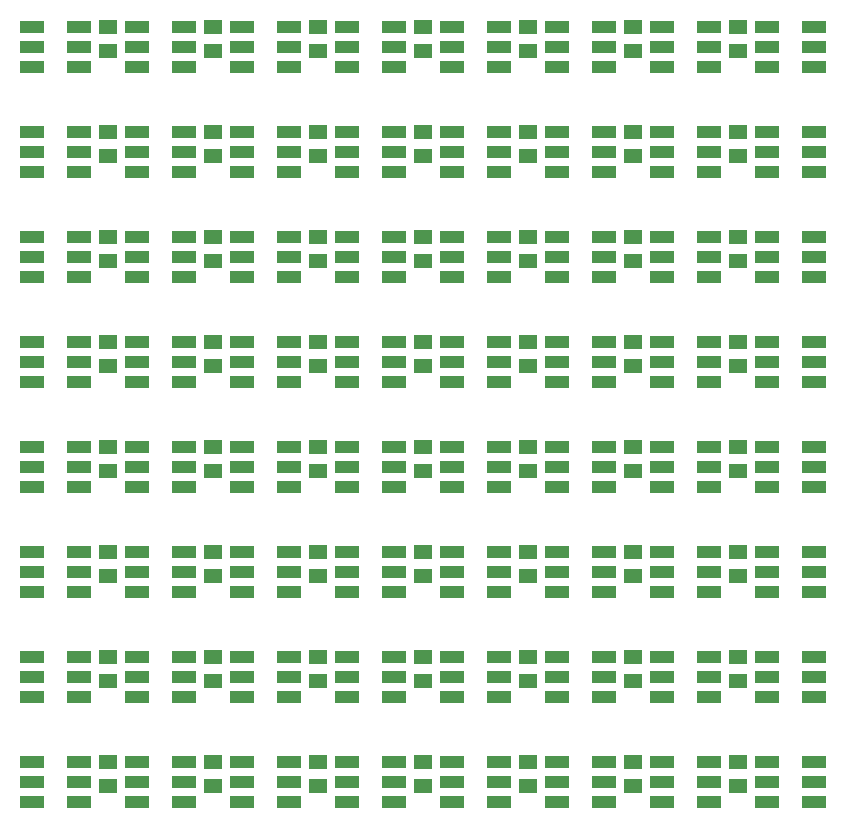
<source format=gbr>
G04 EAGLE Gerber RS-274X export*
G75*
%MOMM*%
%FSLAX34Y34*%
%LPD*%
%INSolderpaste Top*%
%IPPOS*%
%AMOC8*
5,1,8,0,0,1.08239X$1,22.5*%
G01*
%ADD10R,2.000000X1.100000*%
%ADD11R,1.600000X1.300000*%


D10*
X-291150Y311150D03*
X-291150Y294150D03*
X-331150Y311150D03*
X-331150Y328150D03*
X-291150Y328150D03*
X-331150Y294150D03*
D11*
X-266700Y327500D03*
X-266700Y307500D03*
D10*
X-202250Y311150D03*
X-202250Y294150D03*
X-242250Y311150D03*
X-242250Y328150D03*
X-202250Y328150D03*
X-242250Y294150D03*
D11*
X-177800Y327500D03*
X-177800Y307500D03*
D10*
X-113350Y311150D03*
X-113350Y294150D03*
X-153350Y311150D03*
X-153350Y328150D03*
X-113350Y328150D03*
X-153350Y294150D03*
D11*
X-88900Y327500D03*
X-88900Y307500D03*
D10*
X-24450Y311150D03*
X-24450Y294150D03*
X-64450Y311150D03*
X-64450Y328150D03*
X-24450Y328150D03*
X-64450Y294150D03*
D11*
X0Y327500D03*
X0Y307500D03*
D10*
X64450Y311150D03*
X64450Y294150D03*
X24450Y311150D03*
X24450Y328150D03*
X64450Y328150D03*
X24450Y294150D03*
D11*
X88900Y327500D03*
X88900Y307500D03*
D10*
X153350Y311150D03*
X153350Y294150D03*
X113350Y311150D03*
X113350Y328150D03*
X153350Y328150D03*
X113350Y294150D03*
D11*
X177800Y327500D03*
X177800Y307500D03*
D10*
X242250Y311150D03*
X242250Y294150D03*
X202250Y311150D03*
X202250Y328150D03*
X242250Y328150D03*
X202250Y294150D03*
D11*
X266700Y327500D03*
X266700Y307500D03*
D10*
X331150Y311150D03*
X331150Y294150D03*
X291150Y311150D03*
X291150Y328150D03*
X331150Y328150D03*
X291150Y294150D03*
X-291150Y222250D03*
X-291150Y205250D03*
X-331150Y222250D03*
X-331150Y239250D03*
X-291150Y239250D03*
X-331150Y205250D03*
D11*
X-266700Y238600D03*
X-266700Y218600D03*
D10*
X-202250Y222250D03*
X-202250Y205250D03*
X-242250Y222250D03*
X-242250Y239250D03*
X-202250Y239250D03*
X-242250Y205250D03*
D11*
X-177800Y238600D03*
X-177800Y218600D03*
D10*
X-113350Y222250D03*
X-113350Y205250D03*
X-153350Y222250D03*
X-153350Y239250D03*
X-113350Y239250D03*
X-153350Y205250D03*
D11*
X-88900Y238600D03*
X-88900Y218600D03*
D10*
X-24450Y222250D03*
X-24450Y205250D03*
X-64450Y222250D03*
X-64450Y239250D03*
X-24450Y239250D03*
X-64450Y205250D03*
D11*
X0Y238600D03*
X0Y218600D03*
D10*
X64450Y222250D03*
X64450Y205250D03*
X24450Y222250D03*
X24450Y239250D03*
X64450Y239250D03*
X24450Y205250D03*
D11*
X88900Y238600D03*
X88900Y218600D03*
D10*
X153350Y222250D03*
X153350Y205250D03*
X113350Y222250D03*
X113350Y239250D03*
X153350Y239250D03*
X113350Y205250D03*
D11*
X177800Y238600D03*
X177800Y218600D03*
D10*
X242250Y222250D03*
X242250Y205250D03*
X202250Y222250D03*
X202250Y239250D03*
X242250Y239250D03*
X202250Y205250D03*
D11*
X266700Y238600D03*
X266700Y218600D03*
D10*
X331150Y222250D03*
X331150Y205250D03*
X291150Y222250D03*
X291150Y239250D03*
X331150Y239250D03*
X291150Y205250D03*
X-291150Y133350D03*
X-291150Y116350D03*
X-331150Y133350D03*
X-331150Y150350D03*
X-291150Y150350D03*
X-331150Y116350D03*
D11*
X-266700Y149700D03*
X-266700Y129700D03*
D10*
X-202250Y133350D03*
X-202250Y116350D03*
X-242250Y133350D03*
X-242250Y150350D03*
X-202250Y150350D03*
X-242250Y116350D03*
D11*
X-177800Y149700D03*
X-177800Y129700D03*
D10*
X-113350Y133350D03*
X-113350Y116350D03*
X-153350Y133350D03*
X-153350Y150350D03*
X-113350Y150350D03*
X-153350Y116350D03*
D11*
X-88900Y149700D03*
X-88900Y129700D03*
D10*
X-24450Y133350D03*
X-24450Y116350D03*
X-64450Y133350D03*
X-64450Y150350D03*
X-24450Y150350D03*
X-64450Y116350D03*
D11*
X0Y149700D03*
X0Y129700D03*
D10*
X64450Y133350D03*
X64450Y116350D03*
X24450Y133350D03*
X24450Y150350D03*
X64450Y150350D03*
X24450Y116350D03*
D11*
X88900Y149700D03*
X88900Y129700D03*
D10*
X153350Y133350D03*
X153350Y116350D03*
X113350Y133350D03*
X113350Y150350D03*
X153350Y150350D03*
X113350Y116350D03*
D11*
X177800Y149700D03*
X177800Y129700D03*
D10*
X242250Y133350D03*
X242250Y116350D03*
X202250Y133350D03*
X202250Y150350D03*
X242250Y150350D03*
X202250Y116350D03*
D11*
X266700Y149700D03*
X266700Y129700D03*
D10*
X331150Y133350D03*
X331150Y116350D03*
X291150Y133350D03*
X291150Y150350D03*
X331150Y150350D03*
X291150Y116350D03*
X-291150Y44450D03*
X-291150Y27450D03*
X-331150Y44450D03*
X-331150Y61450D03*
X-291150Y61450D03*
X-331150Y27450D03*
D11*
X-266700Y60800D03*
X-266700Y40800D03*
D10*
X-202250Y44450D03*
X-202250Y27450D03*
X-242250Y44450D03*
X-242250Y61450D03*
X-202250Y61450D03*
X-242250Y27450D03*
D11*
X-177800Y60800D03*
X-177800Y40800D03*
D10*
X-113350Y44450D03*
X-113350Y27450D03*
X-153350Y44450D03*
X-153350Y61450D03*
X-113350Y61450D03*
X-153350Y27450D03*
D11*
X-88900Y60800D03*
X-88900Y40800D03*
D10*
X-24450Y44450D03*
X-24450Y27450D03*
X-64450Y44450D03*
X-64450Y61450D03*
X-24450Y61450D03*
X-64450Y27450D03*
D11*
X0Y60800D03*
X0Y40800D03*
D10*
X64450Y44450D03*
X64450Y27450D03*
X24450Y44450D03*
X24450Y61450D03*
X64450Y61450D03*
X24450Y27450D03*
D11*
X88900Y60800D03*
X88900Y40800D03*
D10*
X153350Y44450D03*
X153350Y27450D03*
X113350Y44450D03*
X113350Y61450D03*
X153350Y61450D03*
X113350Y27450D03*
D11*
X177800Y60800D03*
X177800Y40800D03*
D10*
X242250Y44450D03*
X242250Y27450D03*
X202250Y44450D03*
X202250Y61450D03*
X242250Y61450D03*
X202250Y27450D03*
D11*
X266700Y60800D03*
X266700Y40800D03*
D10*
X331150Y44450D03*
X331150Y27450D03*
X291150Y44450D03*
X291150Y61450D03*
X331150Y61450D03*
X291150Y27450D03*
X-291150Y-44450D03*
X-291150Y-61450D03*
X-331150Y-44450D03*
X-331150Y-27450D03*
X-291150Y-27450D03*
X-331150Y-61450D03*
D11*
X-266700Y-28100D03*
X-266700Y-48100D03*
D10*
X-202250Y-44450D03*
X-202250Y-61450D03*
X-242250Y-44450D03*
X-242250Y-27450D03*
X-202250Y-27450D03*
X-242250Y-61450D03*
D11*
X-177800Y-28100D03*
X-177800Y-48100D03*
D10*
X-113350Y-44450D03*
X-113350Y-61450D03*
X-153350Y-44450D03*
X-153350Y-27450D03*
X-113350Y-27450D03*
X-153350Y-61450D03*
D11*
X-88900Y-28100D03*
X-88900Y-48100D03*
D10*
X-24450Y-44450D03*
X-24450Y-61450D03*
X-64450Y-44450D03*
X-64450Y-27450D03*
X-24450Y-27450D03*
X-64450Y-61450D03*
D11*
X0Y-28100D03*
X0Y-48100D03*
D10*
X64450Y-44450D03*
X64450Y-61450D03*
X24450Y-44450D03*
X24450Y-27450D03*
X64450Y-27450D03*
X24450Y-61450D03*
D11*
X88900Y-28100D03*
X88900Y-48100D03*
D10*
X153350Y-44450D03*
X153350Y-61450D03*
X113350Y-44450D03*
X113350Y-27450D03*
X153350Y-27450D03*
X113350Y-61450D03*
D11*
X177800Y-28100D03*
X177800Y-48100D03*
D10*
X242250Y-44450D03*
X242250Y-61450D03*
X202250Y-44450D03*
X202250Y-27450D03*
X242250Y-27450D03*
X202250Y-61450D03*
D11*
X266700Y-28100D03*
X266700Y-48100D03*
D10*
X331150Y-44450D03*
X331150Y-61450D03*
X291150Y-44450D03*
X291150Y-27450D03*
X331150Y-27450D03*
X291150Y-61450D03*
X-291150Y-133350D03*
X-291150Y-150350D03*
X-331150Y-133350D03*
X-331150Y-116350D03*
X-291150Y-116350D03*
X-331150Y-150350D03*
D11*
X-266700Y-117000D03*
X-266700Y-137000D03*
D10*
X-202250Y-133350D03*
X-202250Y-150350D03*
X-242250Y-133350D03*
X-242250Y-116350D03*
X-202250Y-116350D03*
X-242250Y-150350D03*
D11*
X-177800Y-117000D03*
X-177800Y-137000D03*
D10*
X-113350Y-133350D03*
X-113350Y-150350D03*
X-153350Y-133350D03*
X-153350Y-116350D03*
X-113350Y-116350D03*
X-153350Y-150350D03*
D11*
X-88900Y-117000D03*
X-88900Y-137000D03*
D10*
X-24450Y-133350D03*
X-24450Y-150350D03*
X-64450Y-133350D03*
X-64450Y-116350D03*
X-24450Y-116350D03*
X-64450Y-150350D03*
D11*
X0Y-117000D03*
X0Y-137000D03*
D10*
X64450Y-133350D03*
X64450Y-150350D03*
X24450Y-133350D03*
X24450Y-116350D03*
X64450Y-116350D03*
X24450Y-150350D03*
D11*
X88900Y-117000D03*
X88900Y-137000D03*
D10*
X153350Y-133350D03*
X153350Y-150350D03*
X113350Y-133350D03*
X113350Y-116350D03*
X153350Y-116350D03*
X113350Y-150350D03*
D11*
X177800Y-117000D03*
X177800Y-137000D03*
D10*
X242250Y-133350D03*
X242250Y-150350D03*
X202250Y-133350D03*
X202250Y-116350D03*
X242250Y-116350D03*
X202250Y-150350D03*
D11*
X266700Y-117000D03*
X266700Y-137000D03*
D10*
X331150Y-133350D03*
X331150Y-150350D03*
X291150Y-133350D03*
X291150Y-116350D03*
X331150Y-116350D03*
X291150Y-150350D03*
X-291150Y-222250D03*
X-291150Y-239250D03*
X-331150Y-222250D03*
X-331150Y-205250D03*
X-291150Y-205250D03*
X-331150Y-239250D03*
D11*
X-266700Y-205900D03*
X-266700Y-225900D03*
D10*
X-202250Y-222250D03*
X-202250Y-239250D03*
X-242250Y-222250D03*
X-242250Y-205250D03*
X-202250Y-205250D03*
X-242250Y-239250D03*
D11*
X-177800Y-205900D03*
X-177800Y-225900D03*
D10*
X-113350Y-222250D03*
X-113350Y-239250D03*
X-153350Y-222250D03*
X-153350Y-205250D03*
X-113350Y-205250D03*
X-153350Y-239250D03*
D11*
X-88900Y-205900D03*
X-88900Y-225900D03*
D10*
X-24450Y-222250D03*
X-24450Y-239250D03*
X-64450Y-222250D03*
X-64450Y-205250D03*
X-24450Y-205250D03*
X-64450Y-239250D03*
D11*
X0Y-205900D03*
X0Y-225900D03*
D10*
X64450Y-222250D03*
X64450Y-239250D03*
X24450Y-222250D03*
X24450Y-205250D03*
X64450Y-205250D03*
X24450Y-239250D03*
D11*
X88900Y-205900D03*
X88900Y-225900D03*
D10*
X153350Y-222250D03*
X153350Y-239250D03*
X113350Y-222250D03*
X113350Y-205250D03*
X153350Y-205250D03*
X113350Y-239250D03*
D11*
X177800Y-205900D03*
X177800Y-225900D03*
D10*
X242250Y-222250D03*
X242250Y-239250D03*
X202250Y-222250D03*
X202250Y-205250D03*
X242250Y-205250D03*
X202250Y-239250D03*
D11*
X266700Y-205900D03*
X266700Y-225900D03*
D10*
X331150Y-222250D03*
X331150Y-239250D03*
X291150Y-222250D03*
X291150Y-205250D03*
X331150Y-205250D03*
X291150Y-239250D03*
X-291150Y-311150D03*
X-291150Y-328150D03*
X-331150Y-311150D03*
X-331150Y-294150D03*
X-291150Y-294150D03*
X-331150Y-328150D03*
D11*
X-266700Y-294800D03*
X-266700Y-314800D03*
D10*
X-202250Y-311150D03*
X-202250Y-328150D03*
X-242250Y-311150D03*
X-242250Y-294150D03*
X-202250Y-294150D03*
X-242250Y-328150D03*
D11*
X-177800Y-294800D03*
X-177800Y-314800D03*
D10*
X-113350Y-311150D03*
X-113350Y-328150D03*
X-153350Y-311150D03*
X-153350Y-294150D03*
X-113350Y-294150D03*
X-153350Y-328150D03*
D11*
X-88900Y-294800D03*
X-88900Y-314800D03*
D10*
X-24450Y-311150D03*
X-24450Y-328150D03*
X-64450Y-311150D03*
X-64450Y-294150D03*
X-24450Y-294150D03*
X-64450Y-328150D03*
D11*
X0Y-294800D03*
X0Y-314800D03*
D10*
X64450Y-311150D03*
X64450Y-328150D03*
X24450Y-311150D03*
X24450Y-294150D03*
X64450Y-294150D03*
X24450Y-328150D03*
D11*
X88900Y-294800D03*
X88900Y-314800D03*
D10*
X153350Y-311150D03*
X153350Y-328150D03*
X113350Y-311150D03*
X113350Y-294150D03*
X153350Y-294150D03*
X113350Y-328150D03*
D11*
X177800Y-294800D03*
X177800Y-314800D03*
D10*
X242250Y-311150D03*
X242250Y-328150D03*
X202250Y-311150D03*
X202250Y-294150D03*
X242250Y-294150D03*
X202250Y-328150D03*
D11*
X266700Y-294800D03*
X266700Y-314800D03*
D10*
X331150Y-311150D03*
X331150Y-328150D03*
X291150Y-311150D03*
X291150Y-294150D03*
X331150Y-294150D03*
X291150Y-328150D03*
M02*

</source>
